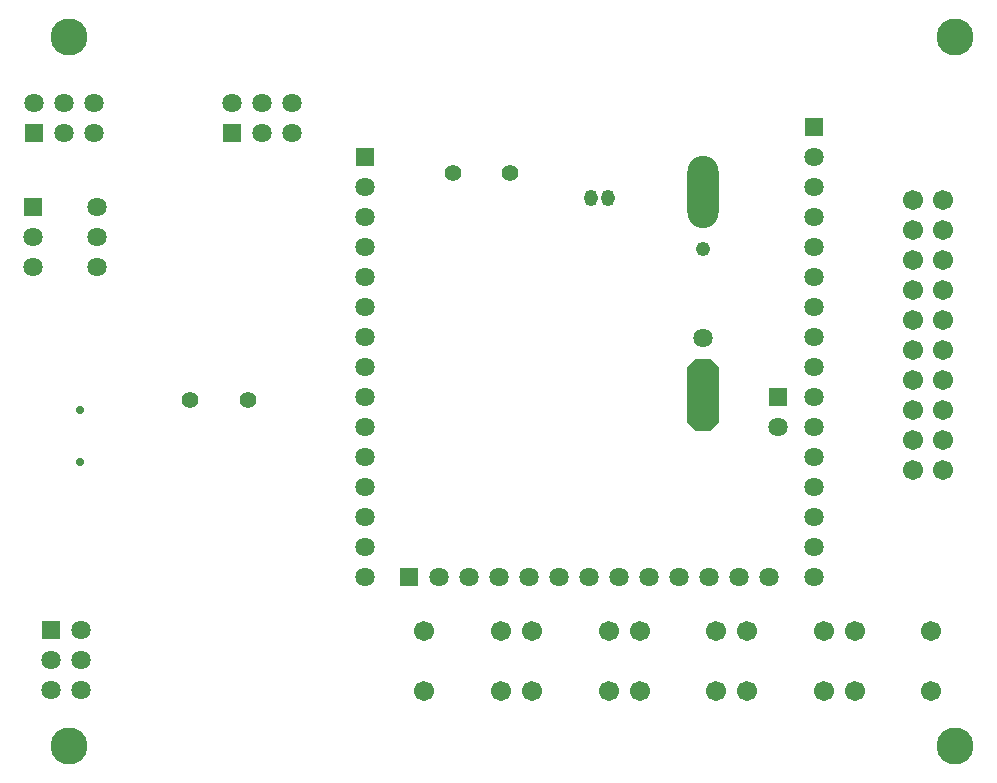
<source format=gbs>
%FSLAX24Y24*%
%MOIN*%
G70*
G01*
G75*
G04 Layer_Color=16711935*
%ADD10C,0.0050*%
%ADD11R,0.0500X0.0500*%
%ADD12R,0.0860X0.0921*%
%ADD13R,0.0100X0.0866*%
%ADD14R,0.0866X0.0100*%
%ADD15R,0.0300X0.0300*%
%ADD16R,0.0300X0.0300*%
%ADD17R,0.0374X0.0354*%
%ADD18R,0.0374X0.0354*%
%ADD19R,0.0500X0.0600*%
%ADD20R,0.0591X0.0512*%
%ADD21R,0.0512X0.0591*%
%ADD22R,0.0591X0.1260*%
%ADD23R,0.1260X0.0591*%
%ADD24R,0.0236X0.0866*%
G04:AMPARAMS|DCode=25|XSize=150mil|YSize=65mil|CornerRadius=0mil|HoleSize=0mil|Usage=FLASHONLY|Rotation=0.000|XOffset=0mil|YOffset=0mil|HoleType=Round|Shape=Octagon|*
%AMOCTAGOND25*
4,1,8,0.0750,-0.0163,0.0750,0.0163,0.0588,0.0325,-0.0588,0.0325,-0.0750,0.0163,-0.0750,-0.0163,-0.0588,-0.0325,0.0588,-0.0325,0.0750,-0.0163,0.0*
%
%ADD25OCTAGOND25*%

%ADD26O,0.1500X0.0650*%
%ADD27R,0.1000X0.1000*%
%ADD28R,0.0984X0.0787*%
%ADD29R,0.0906X0.0197*%
%ADD30R,0.0984X0.0787*%
%ADD31C,0.0150*%
%ADD32C,0.0060*%
%ADD33C,0.0200*%
%ADD34C,0.0300*%
%ADD35C,0.0120*%
%ADD36C,0.0400*%
%ADD37C,0.0600*%
%ADD38R,0.0870X0.0290*%
%ADD39R,0.1156X0.0353*%
%ADD40C,0.1181*%
%ADD41C,0.0500*%
%ADD42O,0.0400X0.0500*%
%ADD43C,0.0591*%
%ADD44R,0.0591X0.0591*%
%ADD45R,0.0591X0.0591*%
%ADD46C,0.0620*%
%ADD47C,0.0236*%
%ADD48C,0.0433*%
%ADD49C,0.0240*%
%ADD50O,0.0984X0.2362*%
G04:AMPARAMS|DCode=51|XSize=98.4mil|YSize=236.2mil|CornerRadius=0mil|HoleSize=0mil|Usage=FLASHONLY|Rotation=180.000|XOffset=0mil|YOffset=0mil|HoleType=Round|Shape=Octagon|*
%AMOCTAGOND51*
4,1,8,0.0246,-0.1181,-0.0246,-0.1181,-0.0492,-0.0935,-0.0492,0.0935,-0.0246,0.1181,0.0246,0.1181,0.0492,0.0935,0.0492,-0.0935,0.0246,-0.1181,0.0*
%
%ADD51OCTAGOND51*%

%ADD52R,0.0550X0.0650*%
%ADD53R,0.0520X0.0715*%
%ADD54C,0.0100*%
%ADD55C,0.0080*%
%ADD56C,0.0079*%
%ADD57C,0.0098*%
%ADD58R,0.0100X0.0300*%
%ADD59R,0.0300X0.0100*%
%ADD60R,0.0107X0.0800*%
%ADD61R,0.0800X0.0107*%
%ADD62R,0.0550X0.0550*%
%ADD63R,0.0910X0.0971*%
%ADD64R,0.0150X0.0916*%
%ADD65R,0.0916X0.0150*%
%ADD66R,0.0350X0.0350*%
%ADD67R,0.0350X0.0350*%
%ADD68R,0.0424X0.0404*%
%ADD69R,0.0424X0.0404*%
%ADD70R,0.0550X0.0650*%
%ADD71R,0.0641X0.0562*%
%ADD72R,0.0562X0.0641*%
%ADD73R,0.0641X0.1310*%
%ADD74R,0.1310X0.0641*%
%ADD75R,0.0286X0.0916*%
G04:AMPARAMS|DCode=76|XSize=155mil|YSize=70mil|CornerRadius=0mil|HoleSize=0mil|Usage=FLASHONLY|Rotation=0.000|XOffset=0mil|YOffset=0mil|HoleType=Round|Shape=Octagon|*
%AMOCTAGOND76*
4,1,8,0.0775,-0.0175,0.0775,0.0175,0.0600,0.0350,-0.0600,0.0350,-0.0775,0.0175,-0.0775,-0.0175,-0.0600,-0.0350,0.0600,-0.0350,0.0775,-0.0175,0.0*
%
%ADD76OCTAGOND76*%

%ADD77O,0.1550X0.0700*%
%ADD78R,0.1050X0.1050*%
%ADD79R,0.1034X0.0837*%
%ADD80R,0.0956X0.0247*%
%ADD81R,0.1034X0.0837*%
%ADD82C,0.1231*%
%ADD83C,0.0550*%
%ADD84O,0.0450X0.0550*%
%ADD85C,0.0641*%
%ADD86R,0.0641X0.0641*%
%ADD87R,0.0641X0.0641*%
%ADD88C,0.0670*%
%ADD89C,0.0286*%
%ADD90C,0.0483*%
%ADD91O,0.1034X0.2412*%
G04:AMPARAMS|DCode=92|XSize=103.4mil|YSize=241.2mil|CornerRadius=0mil|HoleSize=0mil|Usage=FLASHONLY|Rotation=180.000|XOffset=0mil|YOffset=0mil|HoleType=Round|Shape=Octagon|*
%AMOCTAGOND92*
4,1,8,0.0259,-0.1206,-0.0259,-0.1206,-0.0517,-0.0948,-0.0517,0.0948,-0.0259,0.1206,0.0259,0.1206,0.0517,0.0948,0.0517,-0.0948,0.0259,-0.1206,0.0*
%
%ADD92OCTAGOND92*%

D82*
X1969Y25591D02*
D03*
X31496D02*
D03*
Y1969D02*
D03*
X1969D02*
D03*
D83*
X6000Y13491D02*
D03*
X7921D02*
D03*
X16670Y21071D02*
D03*
X14749D02*
D03*
D84*
X19920Y20225D02*
D03*
X19360D02*
D03*
D85*
X9400Y23391D02*
D03*
Y22391D02*
D03*
X8400Y23391D02*
D03*
Y22391D02*
D03*
X7400Y23391D02*
D03*
X2800D02*
D03*
Y22391D02*
D03*
X1800Y23391D02*
D03*
Y22391D02*
D03*
X800Y23391D02*
D03*
X25580Y12591D02*
D03*
X25290Y7601D02*
D03*
X24290D02*
D03*
X23290D02*
D03*
X22290D02*
D03*
X21290D02*
D03*
X20290D02*
D03*
X19290D02*
D03*
X18290D02*
D03*
X17290D02*
D03*
X16290D02*
D03*
X15290D02*
D03*
X14290D02*
D03*
X11840Y20601D02*
D03*
Y19601D02*
D03*
Y18601D02*
D03*
Y17601D02*
D03*
Y16601D02*
D03*
Y15601D02*
D03*
Y14601D02*
D03*
Y13601D02*
D03*
Y12601D02*
D03*
Y11601D02*
D03*
Y10601D02*
D03*
Y9601D02*
D03*
Y8601D02*
D03*
Y7601D02*
D03*
X26780D02*
D03*
Y8601D02*
D03*
Y9601D02*
D03*
Y10601D02*
D03*
Y11601D02*
D03*
Y12601D02*
D03*
Y13601D02*
D03*
Y14601D02*
D03*
Y15601D02*
D03*
Y16601D02*
D03*
Y17601D02*
D03*
Y18601D02*
D03*
Y19601D02*
D03*
Y20601D02*
D03*
Y21601D02*
D03*
X2360Y3821D02*
D03*
X1360D02*
D03*
X2360Y4821D02*
D03*
X1360D02*
D03*
X2360Y5821D02*
D03*
X774Y18941D02*
D03*
Y17941D02*
D03*
X2900D02*
D03*
Y18941D02*
D03*
Y19941D02*
D03*
X23090Y15564D02*
D03*
D86*
X7400Y22391D02*
D03*
X800D02*
D03*
X13290Y7601D02*
D03*
X774Y19941D02*
D03*
D87*
X25580Y13591D02*
D03*
X11840Y21601D02*
D03*
X26780Y22601D02*
D03*
X1360Y5821D02*
D03*
D88*
X31080Y11151D02*
D03*
X30080D02*
D03*
X31080Y12151D02*
D03*
X30080D02*
D03*
X31080Y13151D02*
D03*
X30080D02*
D03*
X31080Y14151D02*
D03*
X30080D02*
D03*
X31080Y15151D02*
D03*
X30080D02*
D03*
X31080Y16151D02*
D03*
X30080D02*
D03*
X31080Y17151D02*
D03*
X30080D02*
D03*
X31080Y18151D02*
D03*
X30080D02*
D03*
X31080Y19151D02*
D03*
X30080D02*
D03*
X31080Y20151D02*
D03*
X30080D02*
D03*
X30709Y3811D02*
D03*
X28150D02*
D03*
X30709Y5811D02*
D03*
X28150D02*
D03*
X27124Y3811D02*
D03*
X24565D02*
D03*
X27124Y5811D02*
D03*
X24565D02*
D03*
X23539Y3811D02*
D03*
X20980D02*
D03*
X23539Y5811D02*
D03*
X20980D02*
D03*
X19954Y3811D02*
D03*
X17395D02*
D03*
X19954Y5811D02*
D03*
X17395D02*
D03*
X16369Y3811D02*
D03*
X13810D02*
D03*
X16369Y5811D02*
D03*
X13810D02*
D03*
D89*
X2317Y11424D02*
D03*
Y13157D02*
D03*
D90*
X23100Y18516D02*
D03*
D91*
Y20426D02*
D03*
D92*
Y13654D02*
D03*
M02*

</source>
